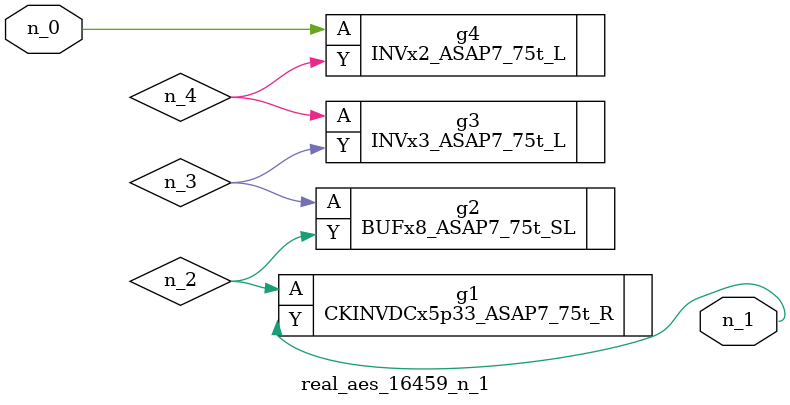
<source format=v>
module real_aes_16459_n_1 (n_0, n_1);
input n_0;
output n_1;
wire n_4;
wire n_2;
wire n_3;
INVx2_ASAP7_75t_L g4 ( .A(n_0), .Y(n_4) );
CKINVDCx5p33_ASAP7_75t_R g1 ( .A(n_2), .Y(n_1) );
BUFx8_ASAP7_75t_SL g2 ( .A(n_3), .Y(n_2) );
INVx3_ASAP7_75t_L g3 ( .A(n_4), .Y(n_3) );
endmodule
</source>
